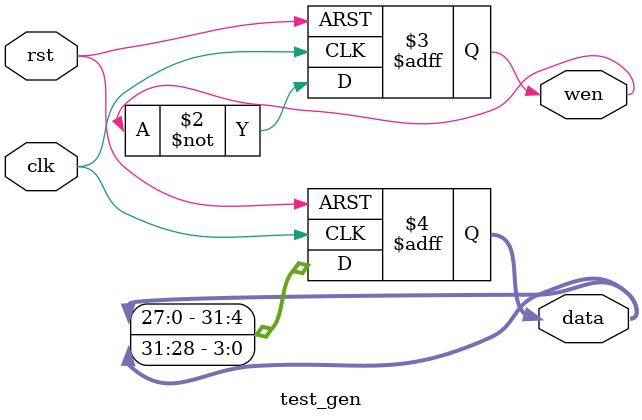
<source format=v>
`timescale 1ns / 1ps


module test_gen(
        input wire clk,
        input wire rst,
        output reg wen,
        output reg [31:0] data
    );

    always @(posedge clk or posedge rst) begin
        if (rst) begin
            data <= 32'h60396039; // TODO: Replace with the last four digits of the student number.
            wen  <= 1'b1;
        end
        else begin
            data <= {data[27:0], data[31:28]};
            wen  <= ~wen;
        end
    end

endmodule

</source>
